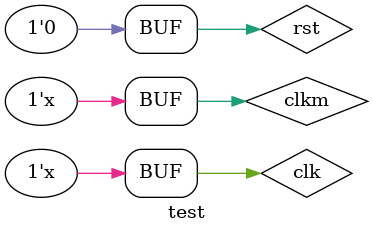
<source format=v>
`timescale 1ns / 1ps


module test;

	// Inputs
	reg clk;
	reg clkm;
	reg rst;

	// Instantiate the Unit Under Test (UUT)
	top uut (
		.clk(clk), 
		.clkm(clkm), 
		.rst(rst)
	);

	initial begin
		clk = 0;
		clkm = 0;
		rst = 0;
	end
	always #50 clk=~clk;
	always #10 clkm=~clkm;
	initial begin
		#10;
		rst=1;
		#195;
		rst=0;

	end
      
endmodule


</source>
